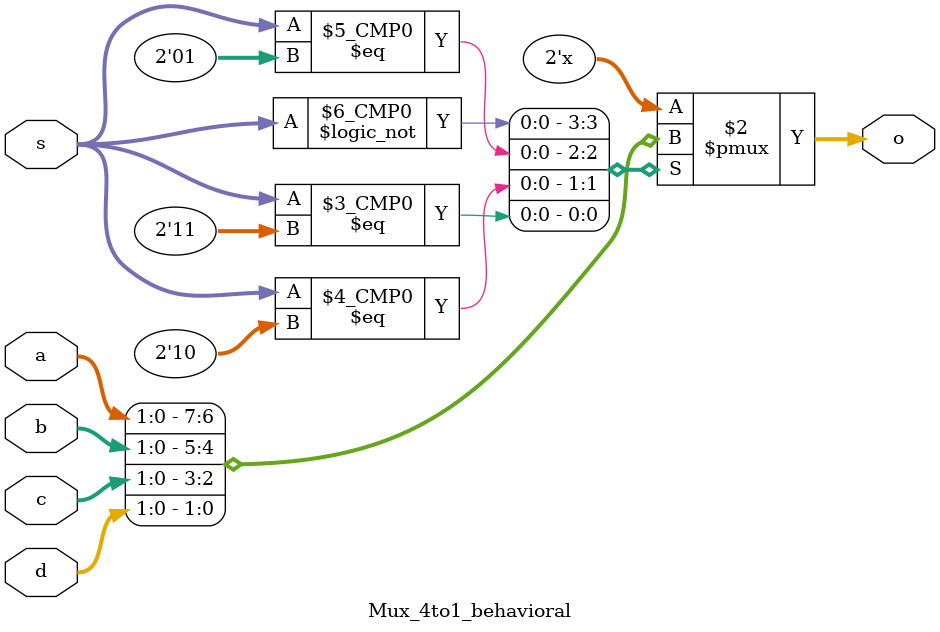
<source format=v>
`timescale 1ns / 1ps


module Mux_4to1_behavioral(o, a, b, c, d, s);
input [1:0] a, b, c, d, s;
output reg [1:0] o;
 
always @(*) // s or i // s or a or b or c or d
begin
   case (s)
      2'b00 : o = a;
      2'b01 : o = b;
      2'b10 : o = c;
      2'b11 : o = d;
      default : o = 1'bx;
   endcase
end
endmodule

</source>
